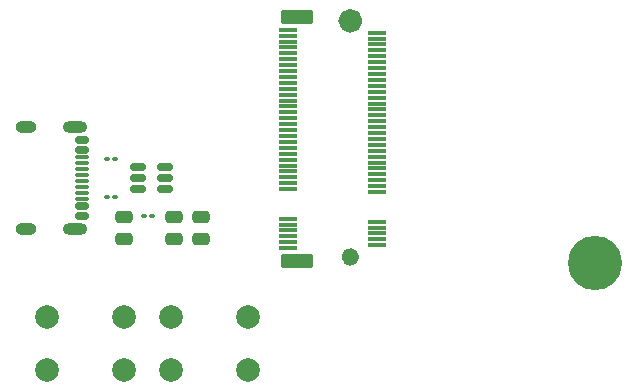
<source format=gbr>
%TF.GenerationSoftware,KiCad,Pcbnew,9.0.5*%
%TF.CreationDate,2025-10-31T02:29:56+01:00*%
%TF.ProjectId,ESP32S3UMCarrierBoard,45535033-3253-4335-954d-436172726965,rev?*%
%TF.SameCoordinates,Original*%
%TF.FileFunction,Soldermask,Top*%
%TF.FilePolarity,Negative*%
%FSLAX46Y46*%
G04 Gerber Fmt 4.6, Leading zero omitted, Abs format (unit mm)*
G04 Created by KiCad (PCBNEW 9.0.5) date 2025-10-31 02:29:56*
%MOMM*%
%LPD*%
G01*
G04 APERTURE LIST*
G04 Aperture macros list*
%AMRoundRect*
0 Rectangle with rounded corners*
0 $1 Rounding radius*
0 $2 $3 $4 $5 $6 $7 $8 $9 X,Y pos of 4 corners*
0 Add a 4 corners polygon primitive as box body*
4,1,4,$2,$3,$4,$5,$6,$7,$8,$9,$2,$3,0*
0 Add four circle primitives for the rounded corners*
1,1,$1+$1,$2,$3*
1,1,$1+$1,$4,$5*
1,1,$1+$1,$6,$7*
1,1,$1+$1,$8,$9*
0 Add four rect primitives between the rounded corners*
20,1,$1+$1,$2,$3,$4,$5,0*
20,1,$1+$1,$4,$5,$6,$7,0*
20,1,$1+$1,$6,$7,$8,$9,0*
20,1,$1+$1,$8,$9,$2,$3,0*%
G04 Aperture macros list end*
%ADD10C,1.025000*%
%ADD11C,0.725000*%
%ADD12RoundRect,0.250000X-0.475000X0.250000X-0.475000X-0.250000X0.475000X-0.250000X0.475000X0.250000X0*%
%ADD13RoundRect,0.100000X-0.130000X-0.100000X0.130000X-0.100000X0.130000X0.100000X-0.130000X0.100000X0*%
%ADD14C,2.000000*%
%ADD15RoundRect,0.150000X-0.512500X-0.150000X0.512500X-0.150000X0.512500X0.150000X-0.512500X0.150000X0*%
%ADD16C,4.600000*%
%ADD17RoundRect,0.152500X1.232500X-0.457500X1.232500X0.457500X-1.232500X0.457500X-1.232500X-0.457500X0*%
%ADD18RoundRect,0.080000X0.705000X-0.080000X0.705000X0.080000X-0.705000X0.080000X-0.705000X-0.080000X0*%
%ADD19RoundRect,0.150000X-0.425000X0.150000X-0.425000X-0.150000X0.425000X-0.150000X0.425000X0.150000X0*%
%ADD20RoundRect,0.075000X-0.500000X0.075000X-0.500000X-0.075000X0.500000X-0.075000X0.500000X0.075000X0*%
%ADD21O,2.100000X1.000000*%
%ADD22O,1.800000X1.000000*%
G04 APERTURE END LIST*
%TO.C,J1*%
D10*
X30412500Y35800000D02*
G75*
G02*
X29387500Y35800000I-512500J0D01*
G01*
X29387500Y35800000D02*
G75*
G02*
X30412500Y35800000I512500J0D01*
G01*
D11*
X30262500Y15800000D02*
G75*
G02*
X29537500Y15800000I-362500J0D01*
G01*
X29537500Y15800000D02*
G75*
G02*
X30262500Y15800000I362500J0D01*
G01*
%TD*%
D12*
%TO.C,C1*%
X10750000Y19200000D03*
X10750000Y17300000D03*
%TD*%
%TO.C,C3*%
X17250000Y19200000D03*
X17250000Y17300000D03*
%TD*%
D13*
%TO.C,R2*%
X9325000Y20900000D03*
X9965000Y20900000D03*
%TD*%
D14*
%TO.C,SW1*%
X10750000Y6250000D03*
X4250000Y6250000D03*
X10750000Y10750000D03*
X4250000Y10750000D03*
%TD*%
%TO.C,SW2*%
X21250000Y6250000D03*
X14750000Y6250000D03*
X21250000Y10750000D03*
X14750000Y10750000D03*
%TD*%
D15*
%TO.C,U1*%
X11962500Y23450000D03*
X11962500Y22500000D03*
X11962500Y21550000D03*
X14237500Y21550000D03*
X14237500Y22500000D03*
X14237500Y23450000D03*
%TD*%
D13*
%TO.C,R3*%
X9325000Y24100000D03*
X9965000Y24100000D03*
%TD*%
D16*
%TO.C,J1*%
X50639999Y15299997D03*
D17*
X25400000Y15450000D03*
X25400000Y36150000D03*
D18*
X24625000Y16550000D03*
X32175000Y16800000D03*
X24625000Y17050000D03*
X32175000Y17299999D03*
X24625000Y17550000D03*
X32175000Y17800000D03*
X24625000Y18050000D03*
X32175000Y18300000D03*
X24625000Y18550000D03*
X32174999Y18800000D03*
X24625000Y19050000D03*
X32174999Y21300000D03*
X24625000Y21550000D03*
X32175000Y21800000D03*
X24625000Y22050000D03*
X32175000Y22300000D03*
X24625000Y22550000D03*
X32175000Y22800000D03*
X24625000Y23050000D03*
X32175000Y23300000D03*
X24625000Y23550000D03*
X32174999Y23800000D03*
X24625000Y24050000D03*
X32175000Y24300000D03*
X24625000Y24550000D03*
X32175000Y24800000D03*
X24625000Y25050000D03*
X32175000Y25300001D03*
X24625000Y25550000D03*
X32175000Y25800000D03*
X24625000Y26050000D03*
X32175000Y26299999D03*
X24625000Y26550000D03*
X32175000Y26800000D03*
X24625000Y27050000D03*
X32175000Y27300000D03*
X24625000Y27550000D03*
X32174999Y27800000D03*
X24625000Y28050000D03*
X32175000Y28300000D03*
X24625000Y28550000D03*
X32175000Y28800000D03*
X24625000Y29050000D03*
X32175000Y29300000D03*
X24625000Y29550000D03*
X32175000Y29800000D03*
X24625000Y30050000D03*
X32174999Y30300000D03*
X24625000Y30550000D03*
X32175000Y30800000D03*
X24625000Y31050000D03*
X32175000Y31300000D03*
X24625000Y31550000D03*
X32175000Y31800000D03*
X24625000Y32050000D03*
X32175000Y32300000D03*
X24625000Y32550000D03*
X32174999Y32800000D03*
X24625000Y33050000D03*
X32175000Y33300000D03*
X24625000Y33550000D03*
X32175000Y33800000D03*
X24625000Y34050000D03*
X32175000Y34300001D03*
X24625000Y34550000D03*
X32175000Y34800000D03*
X24625000Y35050000D03*
%TD*%
D12*
%TO.C,C2*%
X15000000Y19200000D03*
X15000000Y17300000D03*
%TD*%
D19*
%TO.C,J2*%
X7180000Y25700000D03*
X7180000Y24900000D03*
D20*
X7180000Y23750000D03*
X7180000Y22750000D03*
X7180000Y22250000D03*
X7180000Y21250000D03*
D19*
X7180000Y20100000D03*
X7180000Y19300000D03*
X7180000Y19300000D03*
X7180000Y20100000D03*
D20*
X7180000Y20750000D03*
X7180000Y21750000D03*
X7180000Y23250000D03*
X7180000Y24250000D03*
D19*
X7180000Y24900000D03*
X7180000Y25700000D03*
D21*
X6605000Y26820000D03*
D22*
X2425000Y26820000D03*
D21*
X6605000Y18180000D03*
D22*
X2425000Y18180000D03*
%TD*%
D13*
%TO.C,R1*%
X12430000Y19250000D03*
X13070000Y19250000D03*
%TD*%
M02*

</source>
